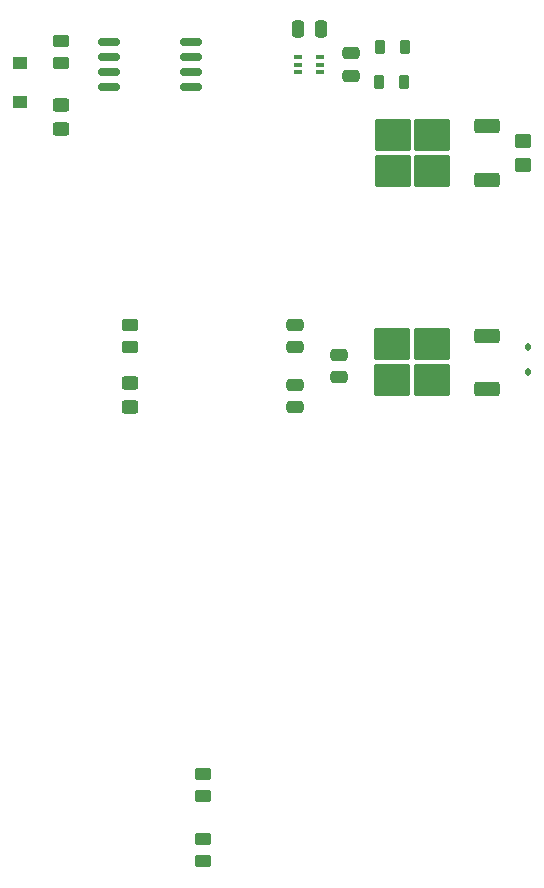
<source format=gbr>
G04 #@! TF.GenerationSoftware,KiCad,Pcbnew,7.0.2*
G04 #@! TF.CreationDate,2023-10-17T16:40:19-05:00*
G04 #@! TF.ProjectId,ContactorDriver,436f6e74-6163-4746-9f72-447269766572,rev?*
G04 #@! TF.SameCoordinates,Original*
G04 #@! TF.FileFunction,Paste,Top*
G04 #@! TF.FilePolarity,Positive*
%FSLAX46Y46*%
G04 Gerber Fmt 4.6, Leading zero omitted, Abs format (unit mm)*
G04 Created by KiCad (PCBNEW 7.0.2) date 2023-10-17 16:40:19*
%MOMM*%
%LPD*%
G01*
G04 APERTURE LIST*
G04 Aperture macros list*
%AMRoundRect*
0 Rectangle with rounded corners*
0 $1 Rounding radius*
0 $2 $3 $4 $5 $6 $7 $8 $9 X,Y pos of 4 corners*
0 Add a 4 corners polygon primitive as box body*
4,1,4,$2,$3,$4,$5,$6,$7,$8,$9,$2,$3,0*
0 Add four circle primitives for the rounded corners*
1,1,$1+$1,$2,$3*
1,1,$1+$1,$4,$5*
1,1,$1+$1,$6,$7*
1,1,$1+$1,$8,$9*
0 Add four rect primitives between the rounded corners*
20,1,$1+$1,$2,$3,$4,$5,0*
20,1,$1+$1,$4,$5,$6,$7,0*
20,1,$1+$1,$6,$7,$8,$9,0*
20,1,$1+$1,$8,$9,$2,$3,0*%
G04 Aperture macros list end*
%ADD10RoundRect,0.250000X0.450000X-0.325000X0.450000X0.325000X-0.450000X0.325000X-0.450000X-0.325000X0*%
%ADD11RoundRect,0.150000X-0.800000X-0.150000X0.800000X-0.150000X0.800000X0.150000X-0.800000X0.150000X0*%
%ADD12RoundRect,0.250000X-0.450000X0.350000X-0.450000X-0.350000X0.450000X-0.350000X0.450000X0.350000X0*%
%ADD13RoundRect,0.250000X0.450000X-0.262500X0.450000X0.262500X-0.450000X0.262500X-0.450000X-0.262500X0*%
%ADD14RoundRect,0.250000X0.850000X0.350000X-0.850000X0.350000X-0.850000X-0.350000X0.850000X-0.350000X0*%
%ADD15RoundRect,0.250000X1.275000X1.125000X-1.275000X1.125000X-1.275000X-1.125000X1.275000X-1.125000X0*%
%ADD16RoundRect,0.250000X-0.475000X0.250000X-0.475000X-0.250000X0.475000X-0.250000X0.475000X0.250000X0*%
%ADD17RoundRect,0.250000X-0.250000X-0.475000X0.250000X-0.475000X0.250000X0.475000X-0.250000X0.475000X0*%
%ADD18RoundRect,0.218750X-0.218750X-0.381250X0.218750X-0.381250X0.218750X0.381250X-0.218750X0.381250X0*%
%ADD19R,1.193800X1.041400*%
%ADD20RoundRect,0.218750X0.218750X0.381250X-0.218750X0.381250X-0.218750X-0.381250X0.218750X-0.381250X0*%
%ADD21R,0.650000X0.400000*%
%ADD22RoundRect,0.250000X0.475000X-0.250000X0.475000X0.250000X-0.475000X0.250000X-0.475000X-0.250000X0*%
%ADD23RoundRect,0.112500X-0.112500X0.187500X-0.112500X-0.187500X0.112500X-0.187500X0.112500X0.187500X0*%
G04 APERTURE END LIST*
D10*
X182283650Y-108525000D03*
X182283650Y-106475000D03*
X176500000Y-84937500D03*
X176500000Y-82887500D03*
D11*
X180500000Y-77595000D03*
X180500000Y-78865000D03*
X180500000Y-80135000D03*
X180500000Y-81405000D03*
X187500000Y-81405000D03*
X187500000Y-80135000D03*
X187500000Y-78865000D03*
X187500000Y-77595000D03*
D12*
X215590000Y-88000000D03*
X215590000Y-86000000D03*
D13*
X188500000Y-141412500D03*
X188500000Y-139587500D03*
X176500000Y-79325000D03*
X176500000Y-77500000D03*
D14*
X212500000Y-107000000D03*
D15*
X207875000Y-106245000D03*
X207875000Y-103195000D03*
X204525000Y-106245000D03*
X204525000Y-103195000D03*
D14*
X212500000Y-102440000D03*
D16*
X196247300Y-101550000D03*
X196247300Y-103450000D03*
D17*
X196550000Y-76510000D03*
X198450000Y-76510000D03*
D14*
X212540000Y-89280000D03*
D15*
X207915000Y-88525000D03*
X207915000Y-85475000D03*
X204565000Y-88525000D03*
X204565000Y-85475000D03*
D14*
X212540000Y-84720000D03*
D18*
X203437500Y-78000000D03*
X205562500Y-78000000D03*
D19*
X173000000Y-79361700D03*
X173000000Y-82638300D03*
D16*
X196247300Y-106600000D03*
X196247300Y-108500000D03*
D20*
X205530000Y-81000000D03*
X203405000Y-81000000D03*
D21*
X198417500Y-80150000D03*
X198417500Y-79500000D03*
X198417500Y-78850000D03*
X196517500Y-78850000D03*
X196517500Y-79500000D03*
X196517500Y-80150000D03*
D22*
X200000000Y-105950000D03*
X200000000Y-104050000D03*
D13*
X188500000Y-146912500D03*
X188500000Y-145087500D03*
D16*
X201000000Y-78560000D03*
X201000000Y-80460000D03*
D23*
X216000000Y-103450000D03*
X216000000Y-105550000D03*
D13*
X182283650Y-103412500D03*
X182283650Y-101587500D03*
M02*

</source>
